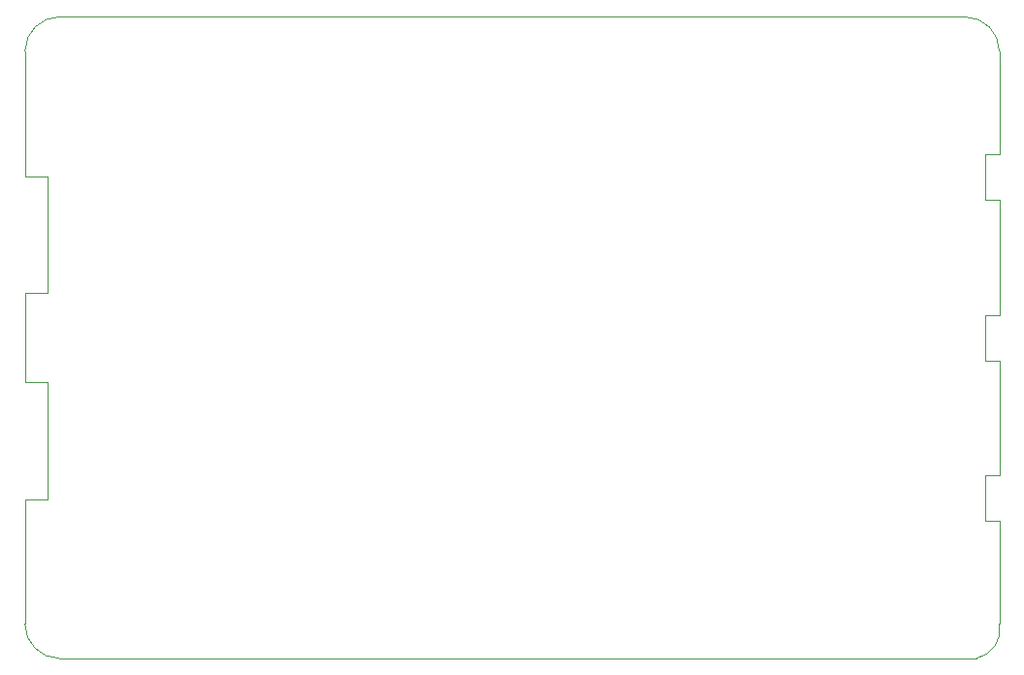
<source format=gm1>
%TF.GenerationSoftware,KiCad,Pcbnew,(6.0.1)*%
%TF.CreationDate,2022-01-27T00:37:02-06:00*%
%TF.ProjectId,Radioberry-I-O,52616469-6f62-4657-9272-792d492d4f2e,1.0*%
%TF.SameCoordinates,Original*%
%TF.FileFunction,Profile,NP*%
%FSLAX46Y46*%
G04 Gerber Fmt 4.6, Leading zero omitted, Abs format (unit mm)*
G04 Created by KiCad (PCBNEW (6.0.1)) date 2022-01-27 00:37:02*
%MOMM*%
%LPD*%
G01*
G04 APERTURE LIST*
%TA.AperFunction,Profile*%
%ADD10C,0.100000*%
%TD*%
G04 APERTURE END LIST*
D10*
X50000000Y-63900000D02*
X52000000Y-63900000D01*
X50000000Y-103000000D02*
G75*
G03*
X53000000Y-106000000I3000001J1D01*
G01*
X135000000Y-53000000D02*
G75*
G03*
X132000000Y-50000000I-3000001J-1D01*
G01*
X135000000Y-94000000D02*
X133800000Y-94000000D01*
X135000000Y-62000000D02*
X133800000Y-62000000D01*
X133000000Y-106000001D02*
G75*
G03*
X135000000Y-103000000I-500002J2500002D01*
G01*
X135000000Y-80000000D02*
X133800000Y-80000000D01*
X133800000Y-66000000D02*
X135000000Y-66000000D01*
X135000000Y-90000000D02*
X135000000Y-80000000D01*
X50000000Y-81900000D02*
X52000000Y-81900000D01*
X135000000Y-62000000D02*
X135000000Y-53000000D01*
X133800000Y-90000000D02*
X135000000Y-90000000D01*
X52000000Y-92100000D02*
X50000000Y-92100000D01*
X133800000Y-94000000D02*
X133800000Y-90000000D01*
X52000000Y-74100000D02*
X50000000Y-74100000D01*
X133800000Y-76000000D02*
X135000000Y-76000000D01*
X133800000Y-80000000D02*
X133800000Y-76000000D01*
X53000000Y-50000000D02*
G75*
G03*
X50000000Y-53000000I1J-3000001D01*
G01*
X135000000Y-66000000D02*
X135000000Y-76000000D01*
X53000000Y-106000000D02*
X133000000Y-106000000D01*
X50000000Y-74100000D02*
X50000000Y-81900000D01*
X50000000Y-92100000D02*
X50000000Y-103000000D01*
X50000000Y-53000000D02*
X50000000Y-63900000D01*
X135000000Y-94000000D02*
X135000000Y-103000000D01*
X52000000Y-63900000D02*
X52000000Y-74100000D01*
X53000000Y-50000000D02*
X132000000Y-50000000D01*
X52000000Y-81900000D02*
X52000000Y-92100000D01*
X133800000Y-62000000D02*
X133800000Y-66000000D01*
M02*

</source>
